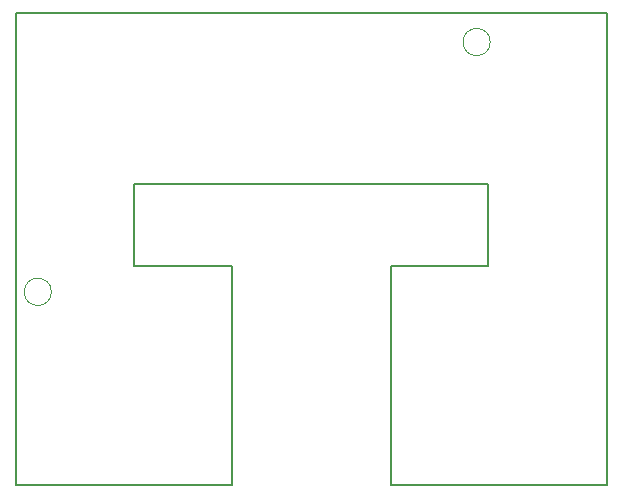
<source format=gbr>
%TF.GenerationSoftware,KiCad,Pcbnew,(6.0.6)*%
%TF.CreationDate,2022-12-20T00:37:19-06:00*%
%TF.ProjectId,Realm Card,5265616c-6d20-4436-9172-642e6b696361,A*%
%TF.SameCoordinates,Original*%
%TF.FileFunction,Profile,NP*%
%FSLAX46Y46*%
G04 Gerber Fmt 4.6, Leading zero omitted, Abs format (unit mm)*
G04 Created by KiCad (PCBNEW (6.0.6)) date 2022-12-20 00:37:19*
%MOMM*%
%LPD*%
G01*
G04 APERTURE LIST*
%TA.AperFunction,Profile*%
%ADD10C,0.100000*%
%TD*%
%TA.AperFunction,Profile*%
%ADD11C,0.200000*%
%TD*%
G04 APERTURE END LIST*
D10*
X3000000Y-23652000D02*
G75*
G03*
X3000000Y-23652000I-1152000J0D01*
G01*
X40152000Y-2500000D02*
G75*
G03*
X40152000Y-2500000I-1152000J0D01*
G01*
D11*
X50000000Y-40000000D02*
X31750000Y-40000000D01*
X31750000Y-21500000D01*
X40000000Y-21500000D01*
X40000000Y-14500000D01*
X10000000Y-14500000D01*
X10000000Y-21500000D01*
X18250000Y-21500000D01*
X18250000Y-40000000D01*
X0Y-40000000D01*
X0Y0D01*
X50000000Y0D01*
X50000000Y-40000000D01*
M02*

</source>
